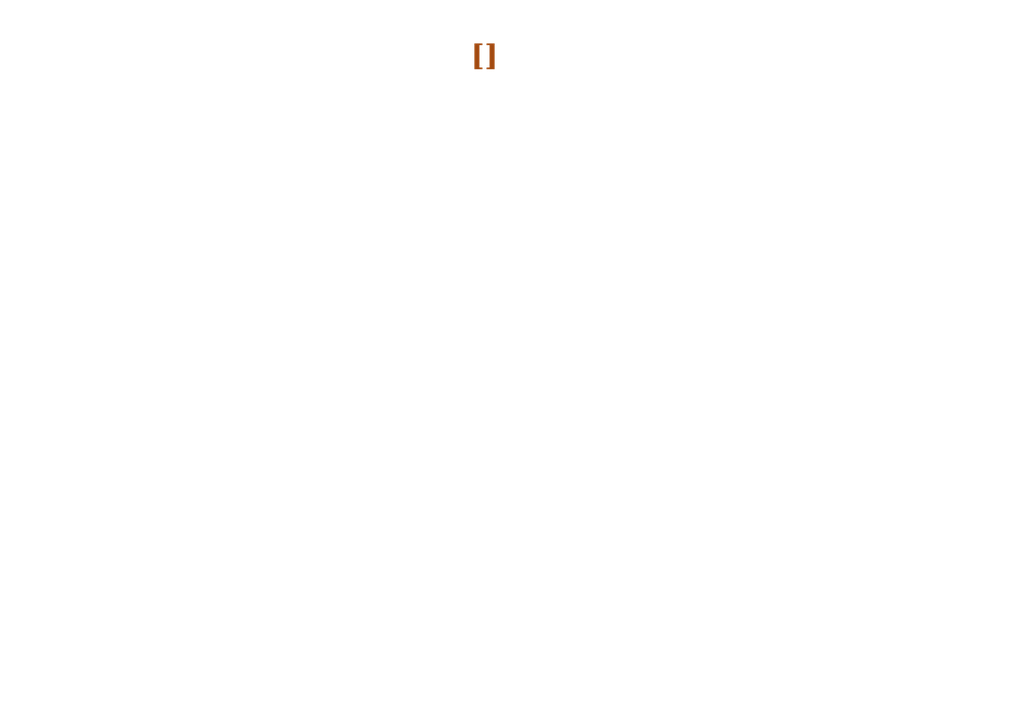
<source format=kicad_sch>
(kicad_sch
	(version 20231120)
	(generator "eeschema")
	(generator_version "8.0")
	(uuid "93720f3c-9880-4db4-ba19-992826f87489")
	(paper "A4")
	(title_block
		(title "Cell_Sentinel")
		(date "2024-11-05")
		(rev "1.0.0")
	)
	(lib_symbols)
	(text "[${#}] ${SHEETNAME}"
		(exclude_from_sim no)
		(at 141.986 18.288 0)
		(effects
			(font
				(face "Times New Roman")
				(size 6 6)
				(thickness 1.6)
				(bold yes)
				(color 159 72 15 1)
			)
		)
		(uuid "2e73eb21-a422-46a3-a026-6968dcdc8f92")
	)
)

</source>
